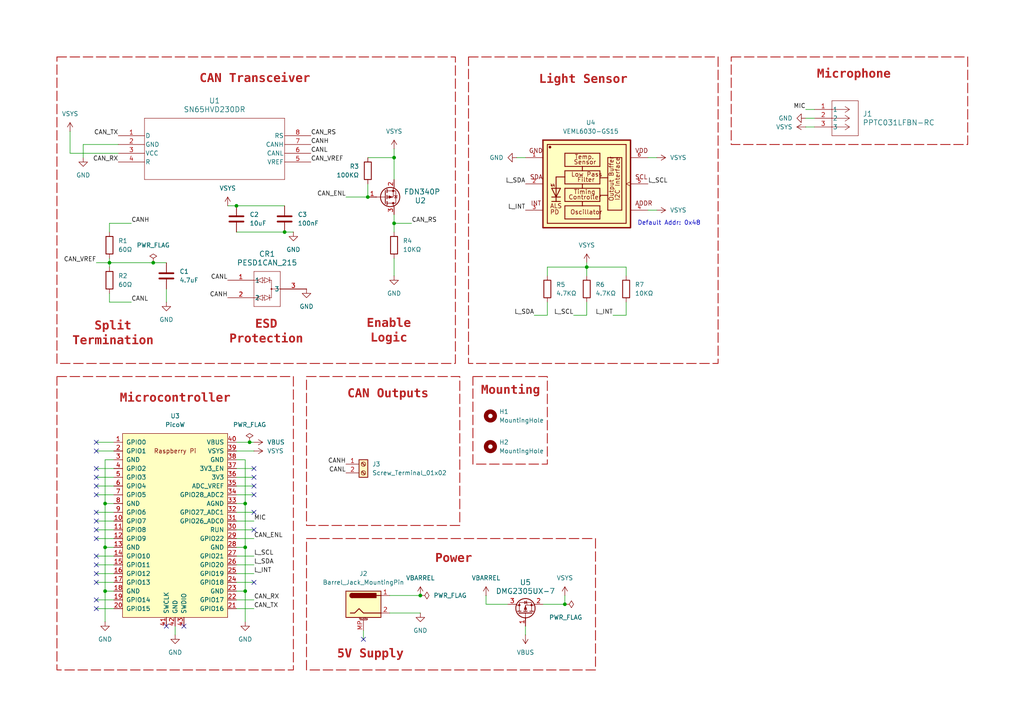
<source format=kicad_sch>
(kicad_sch (version 20231120) (generator "eeschema") (generator_version "8.0")
  (paper "A4")
  (title_block (title "McGraw Tower LED Sensor Board") (date "2025-04-09") (rev "0"))
  (lib_symbols
    (symbol "CAN:SN65HVD230DR" (pin_names (offset 0.254))
      (property "Reference" "U" (at 27.94 10.16 0))
      (property "Value" "SN65HVD230DR" (at 27.94 7.62 0))
      (symbol "SN65HVD230DR_0_1"
        (polyline (pts (xy 7.62 -12.7) (xy 48.26 -12.7)) (stroke (width 0.127)))
        (polyline (pts (xy 7.62 5.08) (xy 7.62 -12.7)) (stroke (width 0.127)))
        (polyline (pts (xy 48.26 -12.7) (xy 48.26 5.08)) (stroke (width 0.127)))
        (polyline (pts (xy 48.26 5.08) (xy 7.62 5.08)) (stroke (width 0.127)))
        (pin input line (at 0 0 0) (length 7.62) (name "D") (number "1"))
        (pin power_in line (at 0 -2.54 0) (length 7.62) (name "GND") (number "2"))
        (pin power_in line (at 0 -5.08 0) (length 7.62) (name "VCC") (number "3"))
        (pin input line (at 0 -7.62 0) (length 7.62) (name "R") (number "4"))
        (pin power_in line (at 55.88 -7.62 180) (length 7.62) (name "VREF") (number "5"))
        (pin output line (at 55.88 -5.08 180) (length 7.62) (name "CANL") (number "6"))
        (pin output line (at 55.88 -2.54 180) (length 7.62) (name "CANH") (number "7"))
        (pin input line (at 55.88 0 180) (length 7.62) (name "RS") (number "8"))
      )
    )
    (symbol "Connector:Barrel_Jack_MountingPin" (pin_names hide)
      (property "Reference" "J" (at 0 5.334 0))
      (property "Value" "Barrel_Jack_MountingPin" (at 1.27 -6.35 0))
      (symbol "Barrel_Jack_MountingPin_0_1"
        (rectangle (start -5.08 3.81) (end 5.08 -3.81) (stroke (width 0.254)) (fill (type background)))
        (arc (start -3.302 3.175) (mid -3.9343 2.54) (end -3.302 1.905) (stroke (width 0.254)))
        (arc (start -3.302 3.175) (mid -3.9343 2.54) (end -3.302 1.905) (stroke (width 0.254)) (fill (type outline)))
        (polyline (pts (xy 5.08 2.54) (xy 3.81 2.54)) (stroke (width 0.254)))
        (polyline (pts (xy -3.81 -2.54) (xy -2.54 -2.54) (xy -1.27 -1.27) (xy 0 -2.54) (xy 2.54 -2.54) (xy 5.08 -2.54)) (stroke (width 0.254)))
        (rectangle (start 3.683 3.175) (end -3.302 1.905) (stroke (width 0.254)) (fill (type outline)))
      )
      (symbol "Barrel_Jack_MountingPin_1_1"
        (polyline (pts (xy -1.016 -4.572) (xy 1.016 -4.572)) (stroke (width 0.1524)))
        (text "Mounting" (at 0 -4.191 0) (effects (font (size 0.381 0.381))))
        (pin passive line (at 7.62 2.54 180) (length 2.54) (name "~") (number "1"))
        (pin passive line (at 7.62 -2.54 180) (length 2.54) (name "~") (number "2"))
        (pin passive line (at 0 -7.62 90) (length 3.048) (name "MountPin") (number "MP"))
      )
    )
    (symbol "Connector:Screw_Terminal_01x02" (pin_names (offset 1.016) hide)
      (property "Reference" "J" (at 0 2.54 0))
      (property "Value" "Screw_Terminal_01x02" (at 0 -5.08 0))
      (symbol "Screw_Terminal_01x02_1_1"
        (rectangle (start -1.27 1.27) (end 1.27 -3.81) (stroke (width 0.254)) (fill (type background)))
        (circle (center 0 -2.54) (radius 0.635) (stroke (width 0.1524)))
        (polyline (pts (xy -0.5334 -2.2098) (xy 0.3302 -3.048)) (stroke (width 0.1524)))
        (polyline (pts (xy -0.5334 0.3302) (xy 0.3302 -0.508)) (stroke (width 0.1524)))
        (polyline (pts (xy -0.3556 -2.032) (xy 0.508 -2.8702)) (stroke (width 0.1524)))
        (polyline (pts (xy -0.3556 0.508) (xy 0.508 -0.3302)) (stroke (width 0.1524)))
        (circle (center 0 0) (radius 0.635) (stroke (width 0.1524)))
        (pin passive line (at -5.08 0 0) (length 3.81) (name "Pin_1") (number "1"))
        (pin passive line (at -5.08 -2.54 0) (length 3.81) (name "Pin_2") (number "2"))
      )
    )
    (symbol "Device:C" (pin_numbers hide) (pin_names (offset 0.254))
      (property "Reference" "C" (at 0.635 2.54 0))
      (property "Value" "C" (at 0.635 -2.54 0))
      (symbol "C_0_1"
        (polyline (pts (xy -2.032 -0.762) (xy 2.032 -0.762)) (stroke (width 0.508)))
        (polyline (pts (xy -2.032 0.762) (xy 2.032 0.762)) (stroke (width 0.508)))
      )
      (symbol "C_1_1"
        (pin passive line (at 0 3.81 270) (length 2.794) (name "~") (number "1"))
        (pin passive line (at 0 -3.81 90) (length 2.794) (name "~") (number "2"))
      )
    )
    (symbol "Device:R" (pin_numbers hide) (pin_names (offset 0))
      (property "Reference" "R" (at 2.032 0 90))
      (property "Value" "R" (at 0 0 90))
      (symbol "R_0_1"
        (rectangle (start -1.016 -2.54) (end 1.016 2.54) (stroke (width 0.254)))
      )
      (symbol "R_1_1"
        (pin passive line (at 0 3.81 270) (length 1.27) (name "~") (number "1"))
        (pin passive line (at 0 -3.81 90) (length 1.27) (name "~") (number "2"))
      )
    )
    (symbol "Mechanical:MountingHole" (pin_names (offset 1.016)) (exclude_from_sim yes) (in_bom no)
      (property "Reference" "H" (at 0 5.08 0))
      (property "Value" "MountingHole" (at 0 3.175 0))
      (symbol "MountingHole_0_1"
        (circle (center 0 0) (radius 1.27) (stroke (width 1.27)))
      )
    )
    (symbol "dmg2305ux:DMG2305UX-7" (pin_names (offset 0.254))
      (property "Reference" "U4" (at 19.05 5.08 90))
      (property "Value" "DMG2305UX-7" (at 16.51 5.08 90))
      (symbol "DMG2305UX-7_0_1"
        (polyline (pts (xy 10.16 5.08) (xy 7.366 5.08)))
        (polyline (pts (xy 10.16 6.985) (xy 10.16 3.175)) (stroke (width 0.254)))
        (polyline (pts (xy 10.668 3.81) (xy 10.668 2.794)) (stroke (width 0.254)))
        (polyline (pts (xy 10.668 5.588) (xy 10.668 4.572)) (stroke (width 0.254)))
        (polyline (pts (xy 10.668 7.366) (xy 10.668 6.35)) (stroke (width 0.254)))
        (polyline (pts (xy 12.446 7.62) (xy 12.446 6.858)))
        (polyline (pts (xy 12.446 2.54) (xy 12.446 5.08) (xy 10.668 5.08)))
        (polyline (pts (xy 10.668 6.858) (xy 13.208 6.858) (xy 13.208 3.302) (xy 10.668 3.302)))
        (polyline (pts (xy 12.192 5.08) (xy 11.176 5.461) (xy 11.176 4.699) (xy 12.192 5.08)) (fill (type outline)))
        (polyline (pts (xy 12.7 4.572) (xy 12.827 4.699) (xy 13.589 4.699) (xy 13.716 4.826)))
        (polyline (pts (xy 13.208 4.699) (xy 12.827 5.334) (xy 13.589 5.334) (xy 13.208 4.699)))
        (circle (center 11.557 5.08) (radius 2.794) (stroke (width 0.254)))
        (circle (center 12.446 3.302) (radius 0.254) (fill (type outline)))
        (circle (center 12.446 6.858) (radius 0.254) (fill (type outline)))
      )
      (symbol "DMG2305UX-7_1_1"
        (pin power_in line (at 6.35 5.08 0) (length 2.54) (name "") (number "1"))
        (pin passive line (at 12.7 0 90) (length 2.54) (name "") (number "2"))
        (pin power_in line (at 12.7 10.16 270) (length 2.54) (name "") (number "3"))
      )
    )
    (symbol "fdn340p:FDN340P" (pin_names (offset 0.254))
      (property "Reference" "U3" (at 21.59 3.556 0))
      (property "Value" "FDN340P" (at 22.098 1.016 0))
      (symbol "FDN340P_0_1"
        (polyline (pts (xy 11.43 2.54) (xy 8.636 2.54)))
        (polyline (pts (xy 11.43 4.445) (xy 11.43 0.635)) (stroke (width 0.254)))
        (polyline (pts (xy 11.938 1.27) (xy 11.938 0.254)) (stroke (width 0.254)))
        (polyline (pts (xy 11.938 3.048) (xy 11.938 2.032)) (stroke (width 0.254)))
        (polyline (pts (xy 11.938 4.826) (xy 11.938 3.81)) (stroke (width 0.254)))
        (polyline (pts (xy 13.716 5.08) (xy 13.716 4.318)))
        (polyline (pts (xy 13.716 0) (xy 13.716 2.54) (xy 11.938 2.54)))
        (polyline (pts (xy 11.938 4.318) (xy 14.478 4.318) (xy 14.478 0.762) (xy 11.938 0.762)))
        (polyline (pts (xy 13.462 2.54) (xy 12.446 2.921) (xy 12.446 2.159) (xy 13.462 2.54)) (fill (type outline)))
        (polyline (pts (xy 13.97 2.032) (xy 14.097 2.159) (xy 14.859 2.159) (xy 14.986 2.286)))
        (polyline (pts (xy 14.478 2.159) (xy 14.097 2.794) (xy 14.859 2.794) (xy 14.478 2.159)))
        (circle (center 12.827 2.54) (radius 2.794) (stroke (width 0.254)))
        (circle (center 13.716 0.762) (radius 0.254) (fill (type outline)))
        (circle (center 13.716 4.318) (radius 0.254) (fill (type outline)))
      )
      (symbol "FDN340P_1_1"
        (pin input line (at 6.35 2.54 0) (length 2.54) (name "") (number "1"))
        (pin unspecified line (at 13.97 -2.54 90) (length 2.54) (name "") (number "2"))
        (pin unspecified line (at 13.97 7.62 270) (length 2.54) (name "") (number "3"))
      )
    )
    (symbol "pesd:PESD1CAN_215" (pin_names (offset 0.254))
      (property "Reference" "CR" (at 11.43 7.366 0))
      (property "Value" "PESD1CAN_215" (at 10.16 5.08 0))
      (symbol "PESD1CAN_215_0_1"
        (polyline (pts (xy 7.62 -7.62) (xy 15.24 -7.62)) (stroke (width 0.127)))
        (polyline (pts (xy 7.62 -5.08) (xy 8.636 -5.08)) (stroke (width 0.127)))
        (polyline (pts (xy 7.62 0) (xy 8.636 0)) (stroke (width 0.127)))
        (polyline (pts (xy 7.62 2.54) (xy 7.62 -7.62)) (stroke (width 0.127)))
        (polyline (pts (xy 8.636 -5.842) (xy 8.636 -4.318)) (stroke (width 0.127)))
        (polyline (pts (xy 8.636 -5.842) (xy 8.89 -5.842)) (stroke (width 0.127)))
        (polyline (pts (xy 8.636 -5.08) (xy 10.16 -5.842)) (stroke (width 0.127)))
        (polyline (pts (xy 8.636 -0.762) (xy 8.636 0.762)) (stroke (width 0.127)))
        (polyline (pts (xy 8.636 -0.762) (xy 8.89 -0.762)) (stroke (width 0.127)))
        (polyline (pts (xy 8.636 0) (xy 10.16 -0.762)) (stroke (width 0.127)))
        (polyline (pts (xy 10.16 -5.842) (xy 10.16 -4.318)) (stroke (width 0.127)))
        (polyline (pts (xy 10.16 -5.08) (xy 10.668 -5.08)) (stroke (width 0.127)))
        (polyline (pts (xy 10.16 -4.318) (xy 8.636 -5.08)) (stroke (width 0.127)))
        (polyline (pts (xy 10.16 -0.762) (xy 10.16 0.762)) (stroke (width 0.127)))
        (polyline (pts (xy 10.16 0) (xy 10.668 0)) (stroke (width 0.127)))
        (polyline (pts (xy 10.16 0.762) (xy 8.636 0)) (stroke (width 0.127)))
        (polyline (pts (xy 10.668 -5.842) (xy 12.192 -5.08)) (stroke (width 0.127)))
        (polyline (pts (xy 10.668 -4.318) (xy 10.668 -5.842)) (stroke (width 0.127)))
        (polyline (pts (xy 10.668 -0.762) (xy 12.192 0)) (stroke (width 0.127)))
        (polyline (pts (xy 10.668 0.762) (xy 10.668 -0.762)) (stroke (width 0.127)))
        (polyline (pts (xy 12.192 -5.08) (xy 10.668 -4.318)) (stroke (width 0.127)))
        (polyline (pts (xy 12.192 -5.08) (xy 12.7 -5.08)) (stroke (width 0.127)))
        (polyline (pts (xy 12.192 -4.318) (xy 11.938 -4.318)) (stroke (width 0.127)))
        (polyline (pts (xy 12.192 -4.318) (xy 12.192 -5.842)) (stroke (width 0.127)))
        (polyline (pts (xy 12.192 0) (xy 10.668 0.762)) (stroke (width 0.127)))
        (polyline (pts (xy 12.192 0) (xy 12.7 0)) (stroke (width 0.127)))
        (polyline (pts (xy 12.192 0.762) (xy 11.938 0.762)) (stroke (width 0.127)))
        (polyline (pts (xy 12.192 0.762) (xy 12.192 -0.762)) (stroke (width 0.127)))
        (polyline (pts (xy 12.7 -2.54) (xy 15.24 -2.54)) (stroke (width 0.127)))
        (polyline (pts (xy 12.7 0) (xy 12.7 -5.08)) (stroke (width 0.127)))
        (polyline (pts (xy 15.24 -7.62) (xy 15.24 2.54)) (stroke (width 0.127)))
        (polyline (pts (xy 15.24 2.54) (xy 7.62 2.54)) (stroke (width 0.127)))
        (circle (center 12.7 -2.54) (radius 0.127) (stroke (width 0.254)))
        (pin unspecified line (at 0 0 0) (length 7.62) (name "1") (number "1"))
        (pin unspecified line (at 0 -5.08 0) (length 7.62) (name "2") (number "2"))
        (pin unspecified line (at 22.86 -2.54 180) (length 7.62) (name "3") (number "3"))
      )
    )
    (symbol "pico:PicoW" (pin_names (offset 1.016))
      (property "Reference" "U1" (at 0 31.75 0))
      (property "Value" "PicoW" (at 0 29.21 0))
      (symbol "PicoW_0_0"
        (text "Raspberry Pi" (at 0 21.59 0) (effects (font (size 1.27 1.27))))
      )
      (symbol "PicoW_0_1"
        (rectangle (start -15.24 26.67) (end 15.24 -26.67) (fill (type background)))
      )
      (symbol "PicoW_1_1"
        (pin bidirectional line (at -17.78 24.13 0) (length 2.54) (name "GPIO0") (number "1"))
        (pin bidirectional line (at -17.78 1.27 0) (length 2.54) (name "GPIO7") (number "10"))
        (pin bidirectional line (at -17.78 -1.27 0) (length 2.54) (name "GPIO8") (number "11"))
        (pin bidirectional line (at -17.78 -3.81 0) (length 2.54) (name "GPIO9") (number "12"))
        (pin power_in line (at -17.78 -6.35 0) (length 2.54) (name "GND") (number "13"))
        (pin bidirectional line (at -17.78 -8.89 0) (length 2.54) (name "GPIO10") (number "14"))
        (pin bidirectional line (at -17.78 -11.43 0) (length 2.54) (name "GPIO11") (number "15"))
        (pin bidirectional line (at -17.78 -13.97 0) (length 2.54) (name "GPIO12") (number "16"))
        (pin bidirectional line (at -17.78 -16.51 0) (length 2.54) (name "GPIO13") (number "17"))
        (pin power_in line (at -17.78 -19.05 0) (length 2.54) (name "GND") (number "18"))
        (pin bidirectional line (at -17.78 -21.59 0) (length 2.54) (name "GPIO14") (number "19"))
        (pin bidirectional line (at -17.78 21.59 0) (length 2.54) (name "GPIO1") (number "2"))
        (pin bidirectional line (at -17.78 -24.13 0) (length 2.54) (name "GPIO15") (number "20"))
        (pin bidirectional line (at 17.78 -24.13 180) (length 2.54) (name "GPIO16") (number "21"))
        (pin bidirectional line (at 17.78 -21.59 180) (length 2.54) (name "GPIO17") (number "22"))
        (pin power_in line (at 17.78 -19.05 180) (length 2.54) (name "GND") (number "23"))
        (pin bidirectional line (at 17.78 -16.51 180) (length 2.54) (name "GPIO18") (number "24"))
        (pin bidirectional line (at 17.78 -13.97 180) (length 2.54) (name "GPIO19") (number "25"))
        (pin bidirectional line (at 17.78 -11.43 180) (length 2.54) (name "GPIO20") (number "26"))
        (pin bidirectional line (at 17.78 -8.89 180) (length 2.54) (name "GPIO21") (number "27"))
        (pin power_in line (at 17.78 -6.35 180) (length 2.54) (name "GND") (number "28"))
        (pin bidirectional line (at 17.78 -3.81 180) (length 2.54) (name "GPIO22") (number "29"))
        (pin power_in line (at -17.78 19.05 0) (length 2.54) (name "GND") (number "3"))
        (pin input line (at 17.78 -1.27 180) (length 2.54) (name "RUN") (number "30"))
        (pin bidirectional line (at 17.78 1.27 180) (length 2.54) (name "GPIO26_ADC0") (number "31"))
        (pin bidirectional line (at 17.78 3.81 180) (length 2.54) (name "GPIO27_ADC1") (number "32"))
        (pin power_in line (at 17.78 6.35 180) (length 2.54) (name "AGND") (number "33"))
        (pin bidirectional line (at 17.78 8.89 180) (length 2.54) (name "GPIO28_ADC2") (number "34"))
        (pin unspecified line (at 17.78 11.43 180) (length 2.54) (name "ADC_VREF") (number "35"))
        (pin unspecified line (at 17.78 13.97 180) (length 2.54) (name "3V3") (number "36"))
        (pin input line (at 17.78 16.51 180) (length 2.54) (name "3V3_EN") (number "37"))
        (pin power_out line (at 17.78 19.05 180) (length 2.54) (name "GND") (number "38"))
        (pin unspecified line (at 17.78 21.59 180) (length 2.54) (name "VSYS") (number "39"))
        (pin bidirectional line (at -17.78 16.51 0) (length 2.54) (name "GPIO2") (number "4"))
        (pin unspecified line (at 17.78 24.13 180) (length 2.54) (name "VBUS") (number "40"))
        (pin input line (at -2.54 -29.21 90) (length 2.54) (name "SWCLK") (number "41"))
        (pin power_in line (at 0 -29.21 90) (length 2.54) (name "GND") (number "42"))
        (pin bidirectional line (at 2.54 -29.21 90) (length 2.54) (name "SWDIO") (number "43"))
        (pin bidirectional line (at -17.78 13.97 0) (length 2.54) (name "GPIO3") (number "5"))
        (pin bidirectional line (at -17.78 11.43 0) (length 2.54) (name "GPIO4") (number "6"))
        (pin bidirectional line (at -17.78 8.89 0) (length 2.54) (name "GPIO5") (number "7"))
        (pin power_in line (at -17.78 6.35 0) (length 2.54) (name "GND") (number "8"))
        (pin bidirectional line (at -17.78 3.81 0) (length 2.54) (name "GPIO6") (number "9"))
      )
    )
    (symbol "power:GND" (power) (pin_numbers hide) (pin_names (offset 0) hide)
      (property "Value" "GND" (at 0 -3.81 0))
      (symbol "GND_0_1"
        (polyline (pts (xy 0 0) (xy 0 -1.27) (xy 1.27 -1.27) (xy 0 -2.54) (xy -1.27 -1.27) (xy 0 -1.27)))
      )
      (symbol "GND_1_1"
        (pin power_in line (at 0 0 270) (length 0) (name "~") (number "1"))
      )
    )
    (symbol "power:PWR_FLAG" (power) (pin_numbers hide) (pin_names (offset 0) hide)
      (property "Value" "PWR_FLAG" (at 0 3.81 0))
      (symbol "PWR_FLAG_0_0"
        (pin power_out line (at 0 0 90) (length 0) (name "~") (number "1"))
      )
      (symbol "PWR_FLAG_0_1"
        (polyline (pts (xy 0 0) (xy 0 1.27) (xy -1.016 1.905) (xy 0 2.54) (xy 1.016 1.905) (xy 0 1.27)))
      )
    )
    (symbol "power:VBUS" (power) (pin_numbers hide) (pin_names (offset 0) hide)
      (property "Value" "VBUS" (at 0 3.556 0))
      (symbol "VBUS_0_1"
        (polyline (pts (xy -0.762 1.27) (xy 0 2.54)))
        (polyline (pts (xy 0 0) (xy 0 2.54)))
        (polyline (pts (xy 0 2.54) (xy 0.762 1.27)))
      )
      (symbol "VBUS_1_1"
        (pin power_in line (at 0 0 90) (length 0) (name "~") (number "1"))
      )
    )
    (symbol "power:VD" (power) (pin_numbers hide) (pin_names (offset 0) hide)
      (property "Value" "VD" (at 0 3.556 0))
      (symbol "VD_0_1"
        (polyline (pts (xy -0.762 1.27) (xy 0 2.54)))
        (polyline (pts (xy 0 0) (xy 0 2.54)))
        (polyline (pts (xy 0 2.54) (xy 0.762 1.27)))
      )
      (symbol "VD_1_1"
        (pin power_in line (at 0 0 90) (length 0) (name "~") (number "1"))
      )
    )
    (symbol "pptc031lfbn:PPTC031LFBN-RC" (pin_names (offset 0.254))
      (property "Reference" "J" (at 8.89 6.35 0))
      (property "Value" "PPTC031LFBN-RC" (at 0 0 0))
      (symbol "PPTC031LFBN-RC_1_1"
        (polyline (pts (xy 5.08 -7.62) (xy 12.7 -7.62)) (stroke (width 0.127)))
        (polyline (pts (xy 5.08 2.54) (xy 5.08 -7.62)) (stroke (width 0.127)))
        (polyline (pts (xy 10.16 -5.08) (xy 5.08 -5.08)) (stroke (width 0.127)))
        (polyline (pts (xy 10.16 -5.08) (xy 8.89 -5.9267)) (stroke (width 0.127)))
        (polyline (pts (xy 10.16 -5.08) (xy 8.89 -4.2333)) (stroke (width 0.127)))
        (polyline (pts (xy 10.16 -2.54) (xy 5.08 -2.54)) (stroke (width 0.127)))
        (polyline (pts (xy 10.16 -2.54) (xy 8.89 -3.3867)) (stroke (width 0.127)))
        (polyline (pts (xy 10.16 -2.54) (xy 8.89 -1.6933)) (stroke (width 0.127)))
        (polyline (pts (xy 10.16 0) (xy 5.08 0)) (stroke (width 0.127)))
        (polyline (pts (xy 10.16 0) (xy 8.89 -0.8467)) (stroke (width 0.127)))
        (polyline (pts (xy 10.16 0) (xy 8.89 0.8467)) (stroke (width 0.127)))
        (polyline (pts (xy 12.7 -7.62) (xy 12.7 2.54)) (stroke (width 0.127)))
        (polyline (pts (xy 12.7 2.54) (xy 5.08 2.54)) (stroke (width 0.127)))
        (pin unspecified line (at 0 0 0) (length 5.08) (name "1") (number "1"))
        (pin unspecified line (at 0 -2.54 0) (length 5.08) (name "2") (number "2"))
        (pin unspecified line (at 0 -5.08 0) (length 5.08) (name "3") (number "3"))
      )
      (symbol "PPTC031LFBN-RC_1_2"
        (polyline (pts (xy 5.08 -7.62) (xy 12.7 -7.62)) (stroke (width 0.127)))
        (polyline (pts (xy 5.08 2.54) (xy 5.08 -7.62)) (stroke (width 0.127)))
        (polyline (pts (xy 7.62 -5.08) (xy 5.08 -5.08)) (stroke (width 0.127)))
        (polyline (pts (xy 7.62 -5.08) (xy 8.89 -5.9267)) (stroke (width 0.127)))
        (polyline (pts (xy 7.62 -5.08) (xy 8.89 -4.2333)) (stroke (width 0.127)))
        (polyline (pts (xy 7.62 -2.54) (xy 5.08 -2.54)) (stroke (width 0.127)))
        (polyline (pts (xy 7.62 -2.54) (xy 8.89 -3.3867)) (stroke (width 0.127)))
        (polyline (pts (xy 7.62 -2.54) (xy 8.89 -1.6933)) (stroke (width 0.127)))
        (polyline (pts (xy 7.62 0) (xy 5.08 0)) (stroke (width 0.127)))
        (polyline (pts (xy 7.62 0) (xy 8.89 -0.8467)) (stroke (width 0.127)))
        (polyline (pts (xy 7.62 0) (xy 8.89 0.8467)) (stroke (width 0.127)))
        (polyline (pts (xy 12.7 -7.62) (xy 12.7 2.54)) (stroke (width 0.127)))
        (polyline (pts (xy 12.7 2.54) (xy 5.08 2.54)) (stroke (width 0.127)))
        (pin unspecified line (at 0 0 0) (length 5.08) (name "1") (number "1"))
        (pin unspecified line (at 0 -2.54 0) (length 5.08) (name "2") (number "2"))
        (pin unspecified line (at 0 -5.08 0) (length 5.08) (name "3") (number "3"))
      )
    )
    (symbol "veml6030_gs15:VEML6030-GS15" (pin_names (offset 1.016))
      (property "Reference" "U4" (at 1.1645 17.78 0))
      (property "Value" "VEML6030-GS15" (at 1.1645 15.24 0))
      (symbol "VEML6030-GS15_0_0"
        (rectangle (start -12.7 -12.7) (end 12.7 12.7) (stroke (width 0.4064)) (fill (type background)))
        (circle (center -10.668 10.668) (radius 0.127) (stroke (width 0.254)))
        (circle (center -10.668 10.668) (radius 0.254) (stroke (width 0.254)))
        (polyline (pts (xy -11.43 -11.43) (xy 11.43 -11.43)) (stroke (width 0.254)))
        (polyline (pts (xy -11.43 11.43) (xy -11.43 -11.43)) (stroke (width 0.254)))
        (polyline (pts (xy -10.414 -0.381) (xy -10.033 -0.762)) (stroke (width 0.127)))
        (polyline (pts (xy -10.16 -5.08) (xy -8.89 -5.08)) (stroke (width 0.254)))
        (polyline (pts (xy -10.16 -1.27) (xy -8.89 -1.27)) (stroke (width 0.254)))
        (polyline (pts (xy -10.033 -0.762) (xy -10.3886 0.1016)) (stroke (width 0.127)))
        (polyline (pts (xy -10.033 -0.762) (xy -10.033 -0.2032)) (stroke (width 0.127)))
        (polyline (pts (xy -10.033 -0.2032) (xy -10.414 -0.381)) (stroke (width 0.127)))
        (polyline (pts (xy -9.779 -0.381) (xy -9.398 -0.762)) (stroke (width 0.127)))
        (polyline (pts (xy -9.398 -0.762) (xy -9.7536 0.1016)) (stroke (width 0.127)))
        (polyline (pts (xy -9.398 -0.762) (xy -9.398 -0.2032)) (stroke (width 0.127)))
        (polyline (pts (xy -9.398 -0.2032) (xy -9.779 -0.381)) (stroke (width 0.127)))
        (polyline (pts (xy -8.89 -5.08) (xy -8.89 -3.81)) (stroke (width 0.254)))
        (polyline (pts (xy -8.89 -3.81) (xy -10.16 -1.27)) (stroke (width 0.254)))
        (polyline (pts (xy -8.89 -1.27) (xy -8.89 -3.556)) (stroke (width 0.254)))
        (polyline (pts (xy -8.89 -1.27) (xy -7.62 -1.27)) (stroke (width 0.254)))
        (polyline (pts (xy -8.89 2.032) (xy -8.89 -1.27)) (stroke (width 0.254)))
        (polyline (pts (xy -7.62 -5.08) (xy -8.89 -5.08)) (stroke (width 0.254)))
        (polyline (pts (xy -7.62 -3.81) (xy -10.16 -3.81)) (stroke (width 0.254)))
        (polyline (pts (xy -7.62 -1.27) (xy -8.89 -3.81)) (stroke (width 0.254)))
        (polyline (pts (xy -6.35 -10.16) (xy -6.35 -6.35)) (stroke (width 0.254)))
        (polyline (pts (xy -6.35 -6.35) (xy -1.27 -6.35)) (stroke (width 0.254)))
        (polyline (pts (xy -6.35 -5.08) (xy -6.35 -1.27)) (stroke (width 0.254)))
        (polyline (pts (xy -6.35 -1.27) (xy -1.27 -1.27)) (stroke (width 0.254)))
        (polyline (pts (xy -6.35 0) (xy -6.35 2.032)) (stroke (width 0.254)))
        (polyline (pts (xy -6.35 2.032) (xy -8.89 2.032)) (stroke (width 0.254)))
        (polyline (pts (xy -6.35 2.032) (xy -6.35 3.81)) (stroke (width 0.254)))
        (polyline (pts (xy -6.35 3.81) (xy -1.27 3.81)) (stroke (width 0.254)))
        (polyline (pts (xy -6.35 5.08) (xy -6.35 8.89)) (stroke (width 0.254)))
        (polyline (pts (xy -6.35 8.89) (xy 3.81 8.89)) (stroke (width 0.254)))
        (polyline (pts (xy -1.27 -6.35) (xy -1.27 -5.08)) (stroke (width 0.254)))
        (polyline (pts (xy -1.27 -6.35) (xy 3.81 -6.35)) (stroke (width 0.254)))
        (polyline (pts (xy -1.27 -5.08) (xy -6.35 -5.08)) (stroke (width 0.254)))
        (polyline (pts (xy -1.27 -1.27) (xy -1.27 0)) (stroke (width 0.254)))
        (polyline (pts (xy -1.27 -1.27) (xy 3.81 -1.27)) (stroke (width 0.254)))
        (polyline (pts (xy -1.27 0) (xy -6.35 0)) (stroke (width 0.254)))
        (polyline (pts (xy -1.27 3.81) (xy -1.27 5.08)) (stroke (width 0.254)))
        (polyline (pts (xy -1.27 3.81) (xy 3.81 3.81)) (stroke (width 0.254)))
        (polyline (pts (xy -1.27 5.08) (xy -6.35 5.08)) (stroke (width 0.254)))
        (polyline (pts (xy 3.81 -10.16) (xy -6.35 -10.16)) (stroke (width 0.254)))
        (polyline (pts (xy 3.81 -6.35) (xy 3.81 -10.16)) (stroke (width 0.254)))
        (polyline (pts (xy 3.81 -5.08) (xy -1.27 -5.08)) (stroke (width 0.254)))
        (polyline (pts (xy 3.81 -3.302) (xy 3.81 -5.08)) (stroke (width 0.254)))
        (polyline (pts (xy 3.81 -3.302) (xy 6.096 -3.302)) (stroke (width 0.254)))
        (polyline (pts (xy 3.81 -1.27) (xy 3.81 -3.302)) (stroke (width 0.254)))
        (polyline (pts (xy 3.81 0) (xy -1.27 0)) (stroke (width 0.254)))
        (polyline (pts (xy 3.81 1.778) (xy 3.81 0)) (stroke (width 0.254)))
        (polyline (pts (xy 3.81 1.778) (xy 6.096 1.778)) (stroke (width 0.254)))
        (polyline (pts (xy 3.81 3.81) (xy 3.81 1.778)) (stroke (width 0.254)))
        (polyline (pts (xy 3.81 5.08) (xy -1.27 5.08)) (stroke (width 0.254)))
        (polyline (pts (xy 3.81 8.89) (xy 3.81 5.08)) (stroke (width 0.254)))
        (polyline (pts (xy 6.096 -7.62) (xy 6.096 -3.302)) (stroke (width 0.254)))
        (polyline (pts (xy 6.096 -3.302) (xy 6.096 1.778)) (stroke (width 0.254)))
        (polyline (pts (xy 6.096 1.778) (xy 6.096 7.62)) (stroke (width 0.254)))
        (polyline (pts (xy 6.096 7.62) (xy 10.16 7.62)) (stroke (width 0.254)))
        (polyline (pts (xy 10.16 -7.62) (xy 6.096 -7.62)) (stroke (width 0.254)))
        (polyline (pts (xy 10.16 7.62) (xy 10.16 -7.62)) (stroke (width 0.254)))
        (polyline (pts (xy 11.43 -11.43) (xy 11.43 11.43)) (stroke (width 0.254)))
        (polyline (pts (xy 11.43 11.43) (xy -11.43 11.43)) (stroke (width 0.254)))
        (text "ADDR" (at 13.9908 -6.3594 0) (effects (font (size 1.2719 1.2719)) (justify left bottom)))
        (text "ALS" (at -10.6851 -7.1234 0) (effects (font (size 1.272 1.272)) (justify left bottom)))
        (text "Controller" (at -5.3384 -4.5758 0) (effects (font (size 1.271 1.271)) (justify left bottom)))
        (text "Filter" (at -2.7982 0.5088 0) (effects (font (size 1.2719 1.2719)) (justify left bottom)))
        (text "GND" (at -16.7903 8.904 0) (effects (font (size 1.272 1.272)) (justify left bottom)))
        (text "I2C Interface" (at 9.6619 -4.8309 900) (effects (font (size 1.2713 1.2713)) (justify left bottom)))
        (text "INT" (at -16.26 -6.3516 0) (effects (font (size 1.2703 1.2703)) (justify left bottom)))
        (text "Low Pass" (at -4.5773 2.0344 0) (effects (font (size 1.2715 1.2715)) (justify left bottom)))
        (text "Oscillator" (at -4.8292 -8.8959 0) (effects (font (size 1.2709 1.2709)) (justify left bottom)))
        (text "Output Buffer" (at 7.8768 -5.0818 900) (effects (font (size 1.2705 1.2705)) (justify left bottom)))
        (text "PD" (at -10.6879 -8.9066 0) (effects (font (size 1.2724 1.2724)) (justify left bottom)))
        (text "SCL" (at 13.9776 1.2707 0) (effects (font (size 1.2707 1.2707)) (justify left bottom)))
        (text "SDA" (at -16.515 1.2704 0) (effects (font (size 1.2704 1.2704)) (justify left bottom)))
        (text "Sensor" (at -3.8157 5.5964 0) (effects (font (size 1.2719 1.2719)) (justify left bottom)))
        (text "Temp." (at -3.5577 7.1154 0) (effects (font (size 1.2706 1.2706)) (justify left bottom)))
        (text "Timing " (at -3.8137 -3.051 0) (effects (font (size 1.2712 1.2712)) (justify left bottom)))
        (text "VDD" (at 13.9951 8.906 0) (effects (font (size 1.2723 1.2723)) (justify left bottom)))
        (pin power_in line (at -17.78 7.62 0) (length 5.08) (name "~") (number "1"))
        (pin bidirectional line (at -17.78 0 0) (length 5.08) (name "~") (number "2"))
        (pin output line (at -17.78 -7.62 0) (length 5.08) (name "~") (number "3"))
        (pin input clock (at 17.78 0 180) (length 5.08) (name "~") (number "5"))
        (pin power_in line (at 17.78 7.62 180) (length 5.08) (name "~") (number "6"))
      )
      (symbol "VEML6030-GS15_1_0"
        (pin input line (at 17.78 -7.62 180) (length 5.08) (name "~") (number "4"))
      )
    )
  )
  (junction (at 30.48 171.45))
  (junction (at 30.48 146.05))
  (junction (at 44.45 76.2))
  (junction (at 71.12 171.45))
  (junction (at 82.55 67.31))
  (junction (at 31.75 76.2))
  (junction (at 72.39 128.27))
  (junction (at 68.58 59.69))
  (junction (at 121.92 172.72))
  (junction (at 106.68 57.15))
  (junction (at 114.3 45.72))
  (junction (at 30.48 158.75))
  (junction (at 170.18 77.47))
  (junction (at 163.83 175.26))
  (junction (at 71.12 158.75))
  (junction (at 114.3 64.77))
  (junction (at 71.12 146.05))
  (no_connect (at 27.94 128.27))
  (no_connect (at 53.34 181.61))
  (no_connect (at 27.94 140.97))
  (no_connect (at 27.94 153.67))
  (no_connect (at 105.41 185.42))
  (no_connect (at 27.94 148.59))
  (no_connect (at 73.66 143.51))
  (no_connect (at 27.94 138.43))
  (no_connect (at 27.94 130.81))
  (no_connect (at 73.66 153.67))
  (no_connect (at 48.26 181.61))
  (no_connect (at 27.94 166.37))
  (no_connect (at 73.66 148.59))
  (no_connect (at 27.94 156.21))
  (no_connect (at 73.66 135.89))
  (no_connect (at 73.66 138.43))
  (no_connect (at 27.94 143.51))
  (no_connect (at 27.94 135.89))
  (no_connect (at 27.94 173.99))
  (no_connect (at 27.94 151.13))
  (no_connect (at 73.66 140.97))
  (no_connect (at 73.66 168.91))
  (no_connect (at 27.94 168.91))
  (no_connect (at 27.94 176.53))
  (no_connect (at 27.94 163.83))
  (no_connect (at 27.94 161.29))
  (wire (pts (xy 68.58 133.35) (xy 71.12 133.35)))
  (wire (pts (xy 68.58 128.27) (xy 72.39 128.27)))
  (wire (pts (xy 68.58 151.13) (xy 73.66 151.13)))
  (wire (pts (xy 30.48 158.75) (xy 33.02 158.75)))
  (wire (pts (xy 71.12 158.75) (xy 71.12 171.45)))
  (wire (pts (xy 27.94 156.21) (xy 33.02 156.21)))
  (wire (pts (xy 27.94 76.2) (xy 31.75 76.2)))
  (wire (pts (xy 106.68 53.34) (xy 106.68 57.15)))
  (wire (pts (xy 31.75 64.77) (xy 31.75 67.31)))
  (wire (pts (xy 27.94 153.67) (xy 33.02 153.67)))
  (wire (pts (xy 27.94 176.53) (xy 33.02 176.53)))
  (wire (pts (xy 158.75 91.44) (xy 158.75 87.63)))
  (wire (pts (xy 181.61 77.47) (xy 170.18 77.47)))
  (wire (pts (xy 68.58 146.05) (xy 71.12 146.05)))
  (wire (pts (xy 68.58 176.53) (xy 73.66 176.53)))
  (wire (pts (xy 158.75 77.47) (xy 170.18 77.47)))
  (wire (pts (xy 30.48 146.05) (xy 33.02 146.05)))
  (wire (pts (xy 33.02 133.35) (xy 30.48 133.35)))
  (wire (pts (xy 233.68 34.29) (xy 236.22 34.29)))
  (wire (pts (xy 30.48 133.35) (xy 30.48 146.05)))
  (wire (pts (xy 27.94 163.83) (xy 33.02 163.83)))
  (wire (pts (xy 157.48 175.26) (xy 163.83 175.26)))
  (wire (pts (xy 68.58 153.67) (xy 73.66 153.67)))
  (wire (pts (xy 68.58 59.69) (xy 82.55 59.69)))
  (wire (pts (xy 27.94 151.13) (xy 33.02 151.13)))
  (wire (pts (xy 27.94 148.59) (xy 33.02 148.59)))
  (wire (pts (xy 181.61 80.01) (xy 181.61 77.47)))
  (wire (pts (xy 170.18 77.47) (xy 170.18 76.2)))
  (wire (pts (xy 114.3 45.72) (xy 114.3 52.07)))
  (wire (pts (xy 106.68 45.72) (xy 114.3 45.72)))
  (wire (pts (xy 170.18 91.44) (xy 170.18 87.63)))
  (wire (pts (xy 71.12 133.35) (xy 71.12 146.05)))
  (wire (pts (xy 68.58 158.75) (xy 71.12 158.75)))
  (wire (pts (xy 30.48 146.05) (xy 30.48 158.75)))
  (wire (pts (xy 68.58 163.83) (xy 73.66 163.83)))
  (wire (pts (xy 50.8 181.61) (xy 50.8 184.15)))
  (wire (pts (xy 27.94 166.37) (xy 33.02 166.37)))
  (wire (pts (xy 158.75 80.01) (xy 158.75 77.47)))
  (wire (pts (xy 31.75 76.2) (xy 31.75 77.47)))
  (wire (pts (xy 34.29 44.45) (xy 20.32 44.45)))
  (wire (pts (xy 20.32 44.45) (xy 20.32 38.1)))
  (wire (pts (xy 44.45 76.2) (xy 48.26 76.2)))
  (wire (pts (xy 114.3 62.23) (xy 114.3 64.77)))
  (wire (pts (xy 154.94 91.44) (xy 158.75 91.44)))
  (wire (pts (xy 48.26 83.82) (xy 48.26 87.63)))
  (wire (pts (xy 38.1 64.77) (xy 31.75 64.77)))
  (wire (pts (xy 114.3 74.93) (xy 114.3 80.01)))
  (wire (pts (xy 177.8 91.44) (xy 181.61 91.44)))
  (wire (pts (xy 233.68 36.83) (xy 236.22 36.83)))
  (wire (pts (xy 30.48 171.45) (xy 30.48 180.34)))
  (wire (pts (xy 105.41 182.88) (xy 105.41 185.42)))
  (wire (pts (xy 68.58 135.89) (xy 73.66 135.89)))
  (wire (pts (xy 27.94 173.99) (xy 33.02 173.99)))
  (wire (pts (xy 24.13 41.91) (xy 24.13 45.72)))
  (wire (pts (xy 170.18 77.47) (xy 170.18 80.01)))
  (wire (pts (xy 187.96 45.72) (xy 190.5 45.72)))
  (wire (pts (xy 38.1 87.63) (xy 31.75 87.63)))
  (wire (pts (xy 68.58 138.43) (xy 73.66 138.43)))
  (wire (pts (xy 68.58 67.31) (xy 82.55 67.31)))
  (wire (pts (xy 27.94 138.43) (xy 33.02 138.43)))
  (wire (pts (xy 152.4 181.61) (xy 152.4 184.15)))
  (wire (pts (xy 114.3 64.77) (xy 119.38 64.77)))
  (wire (pts (xy 68.58 173.99) (xy 73.66 173.99)))
  (wire (pts (xy 113.03 177.8) (xy 121.92 177.8)))
  (wire (pts (xy 68.58 140.97) (xy 73.66 140.97)))
  (wire (pts (xy 27.94 143.51) (xy 33.02 143.51)))
  (wire (pts (xy 233.68 31.75) (xy 236.22 31.75)))
  (wire (pts (xy 68.58 130.81) (xy 73.66 130.81)))
  (wire (pts (xy 181.61 91.44) (xy 181.61 87.63)))
  (wire (pts (xy 114.3 43.18) (xy 114.3 45.72)))
  (wire (pts (xy 68.58 161.29) (xy 73.66 161.29)))
  (wire (pts (xy 31.75 74.93) (xy 31.75 76.2)))
  (wire (pts (xy 34.29 41.91) (xy 24.13 41.91)))
  (wire (pts (xy 27.94 161.29) (xy 33.02 161.29)))
  (wire (pts (xy 68.58 171.45) (xy 71.12 171.45)))
  (wire (pts (xy 71.12 146.05) (xy 71.12 158.75)))
  (wire (pts (xy 71.12 171.45) (xy 71.12 180.34)))
  (wire (pts (xy 68.58 143.51) (xy 73.66 143.51)))
  (wire (pts (xy 30.48 158.75) (xy 30.48 171.45)))
  (wire (pts (xy 113.03 172.72) (xy 121.92 172.72)))
  (wire (pts (xy 140.97 172.72) (xy 140.97 175.26)))
  (wire (pts (xy 68.58 168.91) (xy 73.66 168.91)))
  (wire (pts (xy 30.48 171.45) (xy 33.02 171.45)))
  (wire (pts (xy 187.96 60.96) (xy 190.5 60.96)))
  (wire (pts (xy 163.83 175.26) (xy 163.83 172.72)))
  (wire (pts (xy 140.97 175.26) (xy 147.32 175.26)))
  (wire (pts (xy 27.94 130.81) (xy 33.02 130.81)))
  (wire (pts (xy 68.58 156.21) (xy 73.66 156.21)))
  (wire (pts (xy 68.58 148.59) (xy 73.66 148.59)))
  (wire (pts (xy 31.75 76.2) (xy 44.45 76.2)))
  (wire (pts (xy 149.86 45.72) (xy 152.4 45.72)))
  (wire (pts (xy 166.37 91.44) (xy 170.18 91.44)))
  (wire (pts (xy 27.94 128.27) (xy 33.02 128.27)))
  (wire (pts (xy 31.75 87.63) (xy 31.75 85.09)))
  (wire (pts (xy 100.33 57.15) (xy 106.68 57.15)))
  (wire (pts (xy 27.94 168.91) (xy 33.02 168.91)))
  (wire (pts (xy 27.94 140.97) (xy 33.02 140.97)))
  (wire (pts (xy 68.58 166.37) (xy 73.66 166.37)))
  (wire (pts (xy 27.94 135.89) (xy 33.02 135.89)))
  (wire (pts (xy 82.55 67.31) (xy 85.09 67.31)))
  (wire (pts (xy 114.3 64.77) (xy 114.3 67.31)))
  (wire (pts (xy 72.39 128.27) (xy 73.66 128.27)))
  (wire (pts (xy 66.04 59.69) (xy 68.58 59.69)))
  (rectangle (start 16.51 109.22) (end 85.09 194.31) (stroke (width 0.254) (type dash) (color 179 27 27 1)))
  (rectangle (start 88.9 156.21) (end 172.72 194.31) (stroke (width 0.254) (type dash) (color 179 27 27 1)))
  (rectangle (start 137.16 109.22) (end 158.75 134.62) (stroke (width 0.254) (type dash) (color 179 27 27 1)))
  (rectangle (start 16.51 16.51) (end 132.08 105.41) (stroke (width 0.254) (type dash) (color 179 27 27 1)))
  (rectangle (start 88.9 109.22) (end 133.35 152.4) (stroke (width 0.254) (type dash) (color 179 27 27 1)))
  (rectangle (start 135.89 16.51) (end 208.28 105.41) (stroke (width 0.254) (type dash) (color 179 27 27 1)))
  (rectangle (start 212.09 16.51) (end 280.67 41.91) (stroke (width 0.254) (type dash) (color 179 27 27 1)))
  (text "Microphone" (at 247.65 22.352 0) (effects (font (size 2.54 2.54) (bold yes))))
  (text "CAN Outputs" (at 112.522 115.062 0) (effects (font (size 2.54 2.54) (bold yes))))
  (text "Microcontroller" (at 50.8 116.332 0) (effects (font (size 2.54 2.54) (bold yes))))
  (text "CAN Transceiver" (at 73.914 23.622 0) (effects (font (size 2.54 2.54) (bold yes))))
  (text "Enable\nLogic" (at 112.776 96.774 0) (effects (font (size 2.54 2.54) (bold yes))))
  (text "Power" (at 131.572 162.814 0) (effects (font (size 2.54 2.54) (bold yes))))
  (text "5V Supply" (at 107.442 190.5 0) (effects (font (size 2.54 2.54) (bold yes))))
  (text "Light Sensor" (at 169.164 23.876 0) (effects (font (size 2.54 2.54) (bold yes))))
  (text "Mounting" (at 148.082 114.046 0) (effects (font (size 2.54 2.54) (bold yes))))
  (text "ESD\nProtection" (at 77.216 97.028 0) (effects (font (size 2.54 2.54) (bold yes))))
  (text "Split\nTermination" (at 32.766 97.536 0) (effects (font (size 2.54 2.54) (bold yes))))
  (text "Default Addr: 0x48" (at 194.056 64.77 0) (effects (font (size 1.27 1.27))))
  (label "CAN_ENL" (at 100.33 57.15 180))
  (label "L_SCL" (at 73.66 161.29 0))
  (label "L_SDA" (at 73.66 163.83 0))
  (label "CAN_RS" (at 119.38 64.77 0))
  (label "L_SDA" (at 152.4 53.34 180))
  (label "L_SCL" (at 187.96 53.34 0))
  (label "L_SCL" (at 166.37 91.44 180))
  (label "CANH" (at 100.33 134.62 180))
  (label "CAN_RX" (at 73.66 173.99 0))
  (label "CAN_RS" (at 90.17 39.37 0))
  (label "MIC" (at 233.68 31.75 180))
  (label "L_INT" (at 152.4 60.96 180))
  (label "CAN_RX" (at 34.29 46.99 180))
  (label "CANH" (at 90.17 41.91 0))
  (label "CAN_TX" (at 73.66 176.53 0))
  (label "CANH" (at 66.04 86.36 180))
  (label "CANL" (at 38.1 87.63 0))
  (label "CAN_VREF" (at 90.17 46.99 0))
  (label "L_INT" (at 73.66 166.37 0))
  (label "L_SDA" (at 154.94 91.44 180))
  (label "CANL" (at 90.17 44.45 0))
  (label "CAN_ENL" (at 73.66 156.21 0))
  (label "CAN_TX" (at 34.29 39.37 180))
  (label "CANL" (at 66.04 81.28 180))
  (label "CAN_VREF" (at 27.94 76.2 180))
  (label "MIC" (at 73.66 151.13 0))
  (label "L_INT" (at 177.8 91.44 180))
  (label "CANH" (at 38.1 64.77 0))
  (label "CANL" (at 100.33 137.16 180))
  (symbol (lib_id "power:GND") (at 71.12 180.34 0) (unit 1)
    (property "Reference" "#PWR011" (effects (hide yes)))
    (property "Value" "GND" (at 71.12 185.42 0))
    (property "Description" "Power symbol creates a global label with name \"GND\" , ground" (effects (hide yes)))
  )
  (symbol (lib_id "power:VD") (at 233.68 36.83 90) (unit 1)
    (property "Reference" "#PWR019" (effects (hide yes)))
    (property "Value" "VSYS" (at 229.87 36.8299 90) (effects (justify left)))
    (property "Description" "Power symbol creates a global label with name \"VD\"" (effects (hide yes)))
  )
  (symbol (lib_id "power:PWR_FLAG") (at 72.39 128.27 0) (unit 1)
    (property "Reference" "#FLG02" (effects (hide yes)))
    (property "Value" "PWR_FLAG" (at 72.39 123.19 0))
    (property "Description" "Special symbol for telling ERC where power comes from" (effects (hide yes)))
  )
  (symbol (lib_id "power:VD") (at 190.5 45.72 270) (unit 1)
    (property "Reference" "#PWR015" (effects (hide yes)))
    (property "Value" "VSYS" (at 194.31 45.7199 90) (effects (justify left)))
    (property "Description" "Power symbol creates a global label with name \"VD\"" (effects (hide yes)))
  )
  (symbol (lib_id "power:GND") (at 24.13 45.72 0) (unit 1)
    (property "Reference" "#PWR02" (effects (hide yes)))
    (property "Value" "GND" (at 24.13 50.8 0))
    (property "Description" "Power symbol creates a global label with name \"GND\" , ground" (effects (hide yes)))
  )
  (symbol (lib_id "Device:R") (at 114.3 71.12 0) (unit 1)
    (property "Reference" "R4" (at 116.84 69.8499 0) (effects (justify left)))
    (property "Value" "10KΩ" (at 116.84 72.3899 0) (effects (justify left)))
    (property "Footprint" "Resistor_SMD:R_0603_1608Metric" (effects (hide yes)))
    (property "Description" "Resistor" (effects (hide yes)))
  )
  (symbol (lib_id "veml6030_gs15:VEML6030-GS15") (at 170.18 53.34 0) (unit 1)
    (property "Reference" "U4" (at 171.3445 35.56 0))
    (property "Value" "VEML6030-GS15" (at 171.3445 38.1 0))
    (property "Footprint" "veml6030_gs15:VISHAY_VEML6030_2X2X0.87" (effects (hide yes)))
    (property "VOLUME" "MOQ: 10 000" (effects (hide yes)))
    (property "TAPE_REEL" "YES" (effects (hide yes)))
  )
  (symbol (lib_id "Device:R") (at 31.75 71.12 0) (unit 1)
    (property "Reference" "R1" (at 34.29 69.8499 0) (effects (justify left)))
    (property "Value" "60Ω" (at 34.29 72.3899 0) (effects (justify left)))
    (property "Footprint" "Resistor_SMD:R_1206_3216Metric" (effects (hide yes)))
    (property "Description" "Resistor" (effects (hide yes)))
  )
  (symbol (lib_id "Mechanical:MountingHole") (at 142.24 120.65 0) (unit 1) (exclude_from_sim yes) (in_bom no)
    (property "Reference" "H1" (at 144.78 119.3799 0) (effects (justify left)))
    (property "Value" "MountingHole" (at 144.78 121.9199 0) (effects (justify left)))
    (property "Footprint" "MountingHole:MountingHole_3.2mm_M3_DIN965_Pad" (effects (hide yes)))
    (property "Description" "Mounting Hole without connection" (effects (hide yes)))
  )
  (symbol (lib_id "Mechanical:MountingHole") (at 142.24 129.54 0) (unit 1) (exclude_from_sim yes) (in_bom no)
    (property "Reference" "H2" (at 144.78 128.2699 0) (effects (justify left)))
    (property "Value" "MountingHole" (at 144.78 130.8099 0) (effects (justify left)))
    (property "Footprint" "MountingHole:MountingHole_3.2mm_M3_DIN965_Pad" (effects (hide yes)))
    (property "Description" "Mounting Hole without connection" (effects (hide yes)))
  )
  (symbol (lib_id "power:VD") (at 20.32 38.1 0) (unit 1)
    (property "Reference" "#PWR01" (effects (hide yes)))
    (property "Value" "VSYS" (at 20.32 33.02 0))
    (property "Description" "Power symbol creates a global label with name \"VD\"" (effects (hide yes)))
  )
  (symbol (lib_id "power:GND") (at 149.86 45.72 270) (unit 1)
    (property "Reference" "#PWR014" (effects (hide yes)))
    (property "Value" "GND" (at 146.05 45.7199 90) (effects (justify right)))
    (property "Description" "Power symbol creates a global label with name \"GND\" , ground" (effects (hide yes)))
  )
  (symbol (lib_id "power:GND") (at 233.68 34.29 270) (unit 1)
    (property "Reference" "#PWR018" (effects (hide yes)))
    (property "Value" "GND" (at 229.87 34.2899 90) (effects (justify right)))
    (property "Description" "Power symbol creates a global label with name \"GND\" , ground" (effects (hide yes)))
  )
  (symbol (lib_id "power:GND") (at 30.48 180.34 0) (unit 1)
    (property "Reference" "#PWR09" (effects (hide yes)))
    (property "Value" "GND" (at 30.48 185.42 0))
    (property "Description" "Power symbol creates a global label with name \"GND\" , ground" (effects (hide yes)))
  )
  (symbol (lib_id "power:PWR_FLAG") (at 163.83 175.26 270) (unit 1)
    (property "Reference" "#FLG04" (effects (hide yes)))
    (property "Value" "PWR_FLAG" (at 159.258 179.07 90) (effects (justify left)))
    (property "Description" "Special symbol for telling ERC where power comes from" (effects (hide yes)))
  )
  (symbol (lib_id "power:GND") (at 50.8 184.15 0) (unit 1)
    (property "Reference" "#PWR010" (effects (hide yes)))
    (property "Value" "GND" (at 50.8 189.23 0))
    (property "Description" "Power symbol creates a global label with name \"GND\" , ground" (effects (hide yes)))
  )
  (symbol (lib_id "Connector:Screw_Terminal_01x02") (at 105.41 134.62 0) (unit 1)
    (property "Reference" "J3" (at 107.95 134.6199 0) (effects (justify left)))
    (property "Value" "Screw_Terminal_01x02" (at 107.95 137.1599 0) (effects (justify left)))
    (property "Footprint" "TerminalBlock_Phoenix:TerminalBlock_Phoenix_PT-1,5-2-5.0-H_1x02_P5.00mm_Horizontal" (effects (hide yes)))
    (property "Description" "Generic screw terminal, single row, 01x02, script generated (kicad-library-utils/schlib/autogen/connector/)" (effects (hide yes)))
  )
  (symbol (lib_id "Device:C") (at 48.26 80.01 0) (unit 1)
    (property "Reference" "C1" (at 52.07 78.7399 0) (effects (justify left)))
    (property "Value" "4.7uF" (at 52.07 81.2799 0) (effects (justify left)))
    (property "Footprint" "Capacitor_SMD:C_0603_1608Metric" (effects (hide yes)))
    (property "Description" "Unpolarized capacitor" (effects (hide yes)))
  )
  (symbol (lib_id "power:GND") (at 48.26 87.63 0) (unit 1)
    (property "Reference" "#PWR03" (effects (hide yes)))
    (property "Value" "GND" (at 48.26 92.71 0))
    (property "Description" "Power symbol creates a global label with name \"GND\" , ground" (effects (hide yes)))
  )
  (symbol (lib_id "dmg2305ux:DMG2305UX-7") (at 157.48 187.96 90) (unit 1)
    (property "Reference" "U5" (at 152.4 168.91 90) (effects (font (size 1.524 1.524))))
    (property "Value" "DMG2305UX-7" (at 152.4 171.45 90) (effects (font (size 1.524 1.524))))
    (property "Footprint" "dmg2305ux:SOT-23_DIO" (effects (hide yes)))
    (property "Datasheet" "DMG2305UX-7" (effects (hide yes)))
  )
  (symbol (lib_id "power:PWR_FLAG") (at 121.92 172.72 270) (unit 1)
    (property "Reference" "#FLG03" (effects (hide yes)))
    (property "Value" "PWR_FLAG" (at 125.73 172.7199 90) (effects (justify left)))
    (property "Description" "Special symbol for telling ERC where power comes from" (effects (hide yes)))
  )
  (symbol (lib_id "CAN:SN65HVD230DR") (at 34.29 39.37 0) (unit 1)
    (property "Reference" "U1" (at 62.23 29.21 0) (effects (font (size 1.524 1.524))))
    (property "Value" "SN65HVD230DR" (at 62.23 31.75 0) (effects (font (size 1.524 1.524))))
    (property "Footprint" "CAN:D8" (effects (hide yes)))
    (property "Datasheet" "SN65HVD230DR" (effects (hide yes)))
  )
  (symbol (lib_id "pico:PicoW") (at 50.8 152.4 0) (unit 1)
    (property "Reference" "U3" (at 50.8 120.65 0))
    (property "Value" "PicoW" (at 50.8 123.19 0))
    (property "Footprint" "pico:RPi_PicoW_SMD_TH" (effects (hide yes)))
  )
  (symbol (lib_id "Device:C") (at 82.55 63.5 0) (unit 1)
    (property "Reference" "C3" (at 86.36 62.2299 0) (effects (justify left)))
    (property "Value" "100nF" (at 86.36 64.7699 0) (effects (justify left)))
    (property "Footprint" "Capacitor_SMD:C_0603_1608Metric" (effects (hide yes)))
    (property "Description" "Unpolarized capacitor" (effects (hide yes)))
  )
  (symbol (lib_id "fdn340p:FDN340P") (at 100.33 54.61 0) (mirror x) (unit 1)
    (property "Reference" "U2" (at 121.92 58.166 0) (effects (font (size 1.524 1.524))))
    (property "Value" "FDN340P" (at 122.428 55.626 0) (effects (font (size 1.524 1.524))))
    (property "Footprint" "fdn340p:SOT-23_ONS" (effects (hide yes)))
    (property "Datasheet" "FDN340P" (effects (hide yes)))
  )
  (symbol (lib_id "Device:R") (at 158.75 83.82 0) (unit 1)
    (property "Reference" "R5" (at 161.29 82.5499 0) (effects (justify left)))
    (property "Value" "4.7KΩ" (at 161.29 85.0899 0) (effects (justify left)))
    (property "Footprint" "Resistor_SMD:R_0603_1608Metric" (effects (hide yes)))
    (property "Description" "Resistor" (effects (hide yes)))
  )
  (symbol (lib_id "power:GND") (at 88.9 83.82 0) (unit 1)
    (property "Reference" "#PWR06" (effects (hide yes)))
    (property "Value" "GND" (at 88.9 88.9 0))
    (property "Description" "Power symbol creates a global label with name \"GND\" , ground" (effects (hide yes)))
  )
  (symbol (lib_id "Device:R") (at 181.61 83.82 0) (unit 1)
    (property "Reference" "R7" (at 184.15 82.5499 0) (effects (justify left)))
    (property "Value" "10KΩ" (at 184.15 85.0899 0) (effects (justify left)))
    (property "Footprint" "Resistor_SMD:R_0603_1608Metric" (effects (hide yes)))
    (property "Description" "Resistor" (effects (hide yes)))
  )
  (symbol (lib_id "Device:R") (at 31.75 81.28 0) (unit 1)
    (property "Reference" "R2" (at 34.29 80.0099 0) (effects (justify left)))
    (property "Value" "60Ω" (at 34.29 82.5499 0) (effects (justify left)))
    (property "Footprint" "Resistor_SMD:R_1206_3216Metric" (effects (hide yes)))
    (property "Description" "Resistor" (effects (hide yes)))
  )
  (symbol (lib_id "power:VD") (at 140.97 172.72 0) (unit 1)
    (property "Reference" "#PWR022" (effects (hide yes)))
    (property "Value" "VBARREL" (at 140.97 167.64 0))
    (property "Description" "Power symbol creates a global label with name \"VD\"" (effects (hide yes)))
  )
  (symbol (lib_id "power:VD") (at 163.83 172.72 0) (unit 1)
    (property "Reference" "#PWR024" (effects (hide yes)))
    (property "Value" "VSYS" (at 163.83 167.64 0))
    (property "Description" "Power symbol creates a global label with name \"VD\"" (effects (hide yes)))
  )
  (symbol (lib_id "Device:R") (at 170.18 83.82 0) (unit 1)
    (property "Reference" "R6" (at 172.72 82.5499 0) (effects (justify left)))
    (property "Value" "4.7KΩ" (at 172.72 85.0899 0) (effects (justify left)))
    (property "Footprint" "Resistor_SMD:R_0603_1608Metric" (effects (hide yes)))
    (property "Description" "Resistor" (effects (hide yes)))
  )
  (symbol (lib_id "power:VD") (at 121.92 172.72 0) (unit 1)
    (property "Reference" "#PWR020" (effects (hide yes)))
    (property "Value" "VBARREL" (at 121.92 167.64 0))
    (property "Description" "Power symbol creates a global label with name \"VD\"" (effects (hide yes)))
  )
  (symbol (lib_id "Device:R") (at 106.68 49.53 0) (mirror y) (unit 1)
    (property "Reference" "R3" (at 104.14 48.2599 0) (effects (justify left)))
    (property "Value" "100KΩ" (at 104.14 50.7999 0) (effects (justify left)))
    (property "Footprint" "Resistor_SMD:R_0603_1608Metric" (effects (hide yes)))
    (property "Description" "Resistor" (effects (hide yes)))
  )
  (symbol (lib_id "Connector:Barrel_Jack_MountingPin") (at 105.41 175.26 0) (unit 1)
    (property "Reference" "J2" (at 105.41 166.37 0))
    (property "Value" "Barrel_Jack_MountingPin" (at 105.41 168.91 0))
    (property "Footprint" "Connector_BarrelJack:BarrelJack_CUI_PJ-102AH_Horizontal" (effects (hide yes)))
    (property "Description" "DC Barrel Jack with a mounting pin" (effects (hide yes)))
  )
  (symbol (lib_id "power:VBUS") (at 73.66 128.27 270) (unit 1)
    (property "Reference" "#PWR012" (effects (hide yes)))
    (property "Value" "VBUS" (at 77.47 128.2699 90) (effects (justify left)))
    (property "Description" "Power symbol creates a global label with name \"VBUS\"" (effects (hide yes)))
  )
  (symbol (lib_id "power:GND") (at 85.09 67.31 0) (unit 1)
    (property "Reference" "#PWR05" (effects (hide yes)))
    (property "Value" "GND" (at 85.09 72.39 0))
    (property "Description" "Power symbol creates a global label with name \"GND\" , ground" (effects (hide yes)))
  )
  (symbol (lib_id "power:VD") (at 66.04 59.69 0) (unit 1)
    (property "Reference" "#PWR04" (effects (hide yes)))
    (property "Value" "VSYS" (at 66.04 54.61 0))
    (property "Description" "Power symbol creates a global label with name \"VD\"" (effects (hide yes)))
  )
  (symbol (lib_id "power:VD") (at 73.66 130.81 270) (unit 1)
    (property "Reference" "#PWR013" (effects (hide yes)))
    (property "Value" "VSYS" (at 77.47 130.8099 90) (effects (justify left)))
    (property "Description" "Power symbol creates a global label with name \"VD\"" (effects (hide yes)))
  )
  (symbol (lib_id "power:VBUS") (at 152.4 184.15 180) (unit 1)
    (property "Reference" "#PWR023" (effects (hide yes)))
    (property "Value" "VBUS" (at 152.4 189.23 0))
    (property "Description" "Power symbol creates a global label with name \"VBUS\"" (effects (hide yes)))
  )
  (symbol (lib_id "power:VD") (at 170.18 76.2 0) (unit 1)
    (property "Reference" "#PWR017" (effects (hide yes)))
    (property "Value" "VSYS" (at 170.18 71.12 0))
    (property "Description" "Power symbol creates a global label with name \"VD\"" (effects (hide yes)))
  )
  (symbol (lib_id "power:PWR_FLAG") (at 44.45 76.2 0) (unit 1)
    (property "Reference" "#FLG01" (effects (hide yes)))
    (property "Value" "PWR_FLAG" (at 44.45 71.12 0))
    (property "Description" "Special symbol for telling ERC where power comes from" (effects (hide yes)))
  )
  (symbol (lib_id "power:GND") (at 121.92 177.8 0) (unit 1)
    (property "Reference" "#PWR021" (effects (hide yes)))
    (property "Value" "GND" (at 121.92 182.88 0))
    (property "Description" "Power symbol creates a global label with name \"GND\" , ground" (effects (hide yes)))
  )
  (symbol (lib_id "power:VD") (at 114.3 43.18 0) (unit 1)
    (property "Reference" "#PWR07" (effects (hide yes)))
    (property "Value" "VSYS" (at 114.3 38.1 0))
    (property "Description" "Power symbol creates a global label with name \"VD\"" (effects (hide yes)))
  )
  (symbol (lib_id "Device:C") (at 68.58 63.5 0) (unit 1)
    (property "Reference" "C2" (at 72.39 62.2299 0) (effects (justify left)))
    (property "Value" "10uF" (at 72.39 64.7699 0) (effects (justify left)))
    (property "Footprint" "Capacitor_SMD:C_0603_1608Metric" (effects (hide yes)))
    (property "Description" "Unpolarized capacitor" (effects (hide yes)))
  )
  (symbol (lib_id "pesd:PESD1CAN_215") (at 66.04 81.28 0) (unit 1)
    (property "Reference" "CR1" (at 77.47 73.66 0) (effects (font (size 1.524 1.524))))
    (property "Value" "PESD1CAN_215" (at 77.47 76.2 0) (effects (font (size 1.524 1.524))))
    (property "Footprint" "pesd:SOT23_PESD1_NEX" (effects (hide yes)))
    (property "Datasheet" "PESD1CAN_215" (effects (hide yes)))
  )
  (symbol (lib_id "pptc031lfbn:PPTC031LFBN-RC") (at 236.22 31.75 0) (unit 1)
    (property "Reference" "J1" (at 250.19 33.0199 0) (effects (font (size 1.524 1.524)) (justify left)))
    (property "Value" "PPTC031LFBN-RC" (at 250.19 35.5599 0) (effects (font (size 1.524 1.524)) (justify left)))
    (property "Footprint" "pptc031lfbn:CONN_PPTC031_SUL" (effects (hide yes)))
    (property "Datasheet" "PPTC031LFBN-RC" (effects (hide yes)))
  )
  (symbol (lib_id "power:GND") (at 114.3 80.01 0) (unit 1)
    (property "Reference" "#PWR08" (effects (hide yes)))
    (property "Value" "GND" (at 114.3 85.09 0))
    (property "Description" "Power symbol creates a global label with name \"GND\" , ground" (effects (hide yes)))
  )
  (symbol (lib_id "power:VD") (at 190.5 60.96 270) (unit 1)
    (property "Reference" "#PWR016" (effects (hide yes)))
    (property "Value" "VSYS" (at 194.31 60.9599 90) (effects (justify left)))
    (property "Description" "Power symbol creates a global label with name \"VD\"" (effects (hide yes)))
  )
)
</source>
